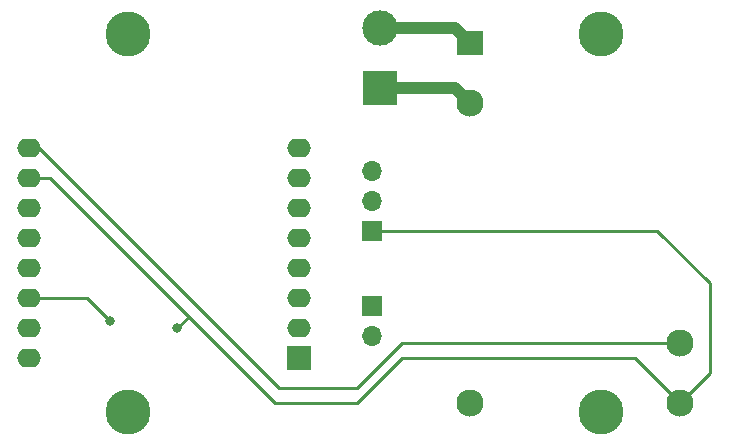
<source format=gbr>
%TF.GenerationSoftware,KiCad,Pcbnew,(7.0.0-0)*%
%TF.CreationDate,2023-07-04T17:21:08+02:00*%
%TF.ProjectId,clim-driver,636c696d-2d64-4726-9976-65722e6b6963,rev?*%
%TF.SameCoordinates,Original*%
%TF.FileFunction,Copper,L2,Bot*%
%TF.FilePolarity,Positive*%
%FSLAX46Y46*%
G04 Gerber Fmt 4.6, Leading zero omitted, Abs format (unit mm)*
G04 Created by KiCad (PCBNEW (7.0.0-0)) date 2023-07-04 17:21:08*
%MOMM*%
%LPD*%
G01*
G04 APERTURE LIST*
%TA.AperFunction,ComponentPad*%
%ADD10C,3.800000*%
%TD*%
%TA.AperFunction,ComponentPad*%
%ADD11R,1.700000X1.700000*%
%TD*%
%TA.AperFunction,ComponentPad*%
%ADD12O,1.700000X1.700000*%
%TD*%
%TA.AperFunction,ComponentPad*%
%ADD13R,3.000000X3.000000*%
%TD*%
%TA.AperFunction,ComponentPad*%
%ADD14C,3.000000*%
%TD*%
%TA.AperFunction,ComponentPad*%
%ADD15R,2.000000X2.000000*%
%TD*%
%TA.AperFunction,ComponentPad*%
%ADD16O,2.000000X1.600000*%
%TD*%
%TA.AperFunction,ComponentPad*%
%ADD17R,2.300000X2.000000*%
%TD*%
%TA.AperFunction,ComponentPad*%
%ADD18C,2.300000*%
%TD*%
%TA.AperFunction,ViaPad*%
%ADD19C,0.800000*%
%TD*%
%TA.AperFunction,Conductor*%
%ADD20C,0.250000*%
%TD*%
%TA.AperFunction,Conductor*%
%ADD21C,1.000000*%
%TD*%
G04 APERTURE END LIST*
D10*
%TO.P,REF\u002A\u002A,1*%
%TO.N,N/C*%
X100000000Y-82000000D03*
%TD*%
%TO.P,REF\u002A\u002A,1*%
%TO.N,N/C*%
X100000000Y-50000000D03*
%TD*%
D11*
%TO.P,J1,1,Pin_1*%
%TO.N,GND*%
X120649999Y-66674999D03*
D12*
%TO.P,J1,2,Pin_2*%
%TO.N,+3V3*%
X120649999Y-64134999D03*
%TO.P,J1,3,Pin_3*%
%TO.N,Net-(J1-Pin_3)*%
X120649999Y-61594999D03*
%TD*%
D10*
%TO.P,REF\u002A\u002A,1*%
%TO.N,N/C*%
X140000000Y-50000000D03*
%TD*%
D13*
%TO.P,J2,1,Pin_1*%
%TO.N,NEUT*%
X121284999Y-54609999D03*
D14*
%TO.P,J2,2,Pin_2*%
%TO.N,LINE*%
X121285000Y-49530000D03*
%TD*%
D15*
%TO.P,U1,1,~{RST}*%
%TO.N,unconnected-(U1-~{RST}-Pad1)*%
X114449999Y-77469999D03*
D16*
%TO.P,U1,2,A0*%
%TO.N,unconnected-(U1-A0-Pad2)*%
X114449999Y-74929999D03*
%TO.P,U1,3,D0*%
%TO.N,unconnected-(U1-D0-Pad3)*%
X114449999Y-72389999D03*
%TO.P,U1,4,SCK/D5*%
%TO.N,unconnected-(U1-SCK{slash}D5-Pad4)*%
X114449999Y-69849999D03*
%TO.P,U1,5,MISO/D6*%
%TO.N,unconnected-(U1-MISO{slash}D6-Pad5)*%
X114449999Y-67309999D03*
%TO.P,U1,6,MOSI/D7*%
%TO.N,unconnected-(U1-MOSI{slash}D7-Pad6)*%
X114449999Y-64769999D03*
%TO.P,U1,7,CS/D8*%
%TO.N,unconnected-(U1-CS{slash}D8-Pad7)*%
X114449999Y-62229999D03*
%TO.P,U1,8,3V3*%
%TO.N,+3V3*%
X114449999Y-59689999D03*
%TO.P,U1,9,5V*%
%TO.N,+5V*%
X91589999Y-59689999D03*
%TO.P,U1,10,GND*%
%TO.N,GND*%
X91589999Y-62229999D03*
%TO.P,U1,11,D4*%
%TO.N,unconnected-(U1-D4-Pad11)*%
X91589999Y-64769999D03*
%TO.P,U1,12,D3*%
%TO.N,unconnected-(U1-D3-Pad12)*%
X91589999Y-67309999D03*
%TO.P,U1,13,SDA/D2*%
%TO.N,unconnected-(U1-SDA{slash}D2-Pad13)*%
X91589999Y-69849999D03*
%TO.P,U1,14,SCL/D1*%
%TO.N,Net-(Q1-G)*%
X91589999Y-72389999D03*
%TO.P,U1,15,RX*%
%TO.N,Net-(J1-Pin_3)*%
X91589999Y-74929999D03*
%TO.P,U1,16,TX*%
%TO.N,unconnected-(U1-TX-Pad16)*%
X91589999Y-77469999D03*
%TD*%
D10*
%TO.P,REF\u002A\u002A,1*%
%TO.N,N/C*%
X140000000Y-82000000D03*
%TD*%
D11*
%TO.P,J3,1,Pin_1*%
%TO.N,+3V3*%
X120649999Y-73024999D03*
D12*
%TO.P,J3,2,Pin_2*%
%TO.N,Net-(J3-Pin_2)*%
X120649999Y-75564999D03*
%TD*%
D17*
%TO.P,PS1,1,AC/L*%
%TO.N,LINE*%
X128904999Y-50799999D03*
D18*
%TO.P,PS1,3,AC/N*%
%TO.N,NEUT*%
X128905000Y-55880000D03*
%TO.P,PS1,5,NC*%
%TO.N,unconnected-(PS1-NC-Pad5)*%
X128905000Y-81280000D03*
%TO.P,PS1,14,-Vo*%
%TO.N,GND*%
X146685000Y-81280000D03*
%TO.P,PS1,16,+Vo*%
%TO.N,+5V*%
X146685000Y-76200000D03*
%TD*%
D19*
%TO.N,GND*%
X104140000Y-74930000D03*
%TO.N,Net-(Q1-G)*%
X98425000Y-74295000D03*
%TD*%
D20*
%TO.N,GND*%
X146685000Y-81280000D02*
X149225000Y-78740000D01*
X123190000Y-77470000D02*
X119380000Y-81280000D01*
X144780000Y-66675000D02*
X149225000Y-71120000D01*
X105092500Y-73977500D02*
X112395000Y-81280000D01*
X142875000Y-77470000D02*
X123190000Y-77470000D01*
X93345000Y-62230000D02*
X91590000Y-62230000D01*
X119380000Y-81280000D02*
X112395000Y-81280000D01*
X120650000Y-66675000D02*
X144780000Y-66675000D01*
X104140000Y-74930000D02*
X105092500Y-73977500D01*
X105092500Y-73977500D02*
X93345000Y-62230000D01*
X149225000Y-71120000D02*
X149225000Y-78740000D01*
X146685000Y-81280000D02*
X142875000Y-77470000D01*
%TO.N,+5V*%
X92392500Y-59690000D02*
X91590000Y-59690000D01*
X123190000Y-76200000D02*
X119380000Y-80010000D01*
X119380000Y-80010000D02*
X112712500Y-80010000D01*
X146685000Y-76200000D02*
X123190000Y-76200000D01*
X112712500Y-80010000D02*
X92392500Y-59690000D01*
D21*
%TO.N,LINE*%
X127635000Y-49530000D02*
X128905000Y-50800000D01*
X121285000Y-49530000D02*
X127635000Y-49530000D01*
%TO.N,NEUT*%
X121285000Y-54610000D02*
X127635000Y-54610000D01*
X127635000Y-54610000D02*
X128905000Y-55880000D01*
D20*
%TO.N,Net-(Q1-G)*%
X91590000Y-72390000D02*
X96520000Y-72390000D01*
X96520000Y-72390000D02*
X98425000Y-74295000D01*
%TD*%
M02*

</source>
